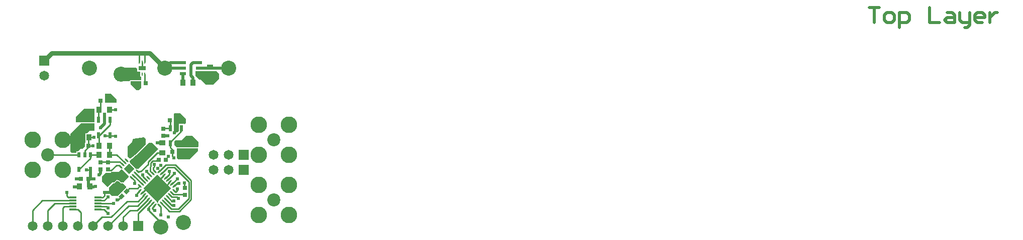
<source format=gtl>
G04 Layer_Physical_Order=1*
G04 Layer_Color=255*
%FSLAX25Y25*%
%MOIN*%
G70*
G01*
G75*
%ADD10R,0.02362X0.04331*%
%ADD11R,0.03150X0.02756*%
%ADD12R,0.03937X0.03543*%
%ADD13R,0.02756X0.03150*%
%ADD14R,0.03543X0.03937*%
G04:AMPARAMS|DCode=15|XSize=9.5mil|YSize=32mil|CornerRadius=0mil|HoleSize=0mil|Usage=FLASHONLY|Rotation=45.000|XOffset=0mil|YOffset=0mil|HoleType=Round|Shape=Round|*
%AMOVALD15*
21,1,0.02250,0.00950,0.00000,0.00000,135.0*
1,1,0.00950,0.00796,-0.00796*
1,1,0.00950,-0.00796,0.00796*
%
%ADD15OVALD15*%

G04:AMPARAMS|DCode=16|XSize=9.5mil|YSize=32mil|CornerRadius=0mil|HoleSize=0mil|Usage=FLASHONLY|Rotation=315.000|XOffset=0mil|YOffset=0mil|HoleType=Round|Shape=Round|*
%AMOVALD16*
21,1,0.02250,0.00950,0.00000,0.00000,45.0*
1,1,0.00950,-0.00796,-0.00796*
1,1,0.00950,0.00796,0.00796*
%
%ADD16OVALD16*%

%ADD17P,0.07238X4X360.0*%
G04:AMPARAMS|DCode=18|XSize=27.56mil|YSize=31.5mil|CornerRadius=0mil|HoleSize=0mil|Usage=FLASHONLY|Rotation=225.000|XOffset=0mil|YOffset=0mil|HoleType=Round|Shape=Rectangle|*
%AMROTATEDRECTD18*
4,1,4,-0.00139,0.02088,0.02088,-0.00139,0.00139,-0.02088,-0.02088,0.00139,-0.00139,0.02088,0.0*
%
%ADD18ROTATEDRECTD18*%

G04:AMPARAMS|DCode=19|XSize=27.56mil|YSize=31.5mil|CornerRadius=0mil|HoleSize=0mil|Usage=FLASHONLY|Rotation=135.000|XOffset=0mil|YOffset=0mil|HoleType=Round|Shape=Rectangle|*
%AMROTATEDRECTD19*
4,1,4,0.02088,0.00139,-0.00139,-0.02088,-0.02088,-0.00139,0.00139,0.02088,0.02088,0.00139,0.0*
%
%ADD19ROTATEDRECTD19*%

G04:AMPARAMS|DCode=20|XSize=39.37mil|YSize=35.43mil|CornerRadius=0mil|HoleSize=0mil|Usage=FLASHONLY|Rotation=225.000|XOffset=0mil|YOffset=0mil|HoleType=Round|Shape=Rectangle|*
%AMROTATEDRECTD20*
4,1,4,0.00139,0.02645,0.02645,0.00139,-0.00139,-0.02645,-0.02645,-0.00139,0.00139,0.02645,0.0*
%
%ADD20ROTATEDRECTD20*%

%ADD21R,0.02165X0.03347*%
%ADD22R,0.04724X0.01181*%
%ADD23R,0.03937X0.02362*%
%ADD24R,0.04961X0.03150*%
%ADD25R,0.00906X0.02362*%
%ADD26P,0.18374X4X90.0*%
%ADD27C,0.01000*%
%ADD28C,0.02000*%
%ADD29C,0.03000*%
%ADD30C,0.01500*%
%ADD31C,0.10000*%
%ADD32C,0.11024*%
%ADD33C,0.08661*%
%ADD34R,0.06500X0.06500*%
%ADD35C,0.06500*%
%ADD36R,0.06500X0.06500*%
%ADD37C,0.02400*%
G36*
X429500Y432500D02*
X424000Y427000D01*
X416500D01*
X415500Y428000D01*
Y434351D01*
X429500D01*
Y432500D01*
D02*
G37*
G36*
X395000Y440500D02*
Y436918D01*
X388062Y429980D01*
X385084Y427499D01*
X385070Y427471D01*
X385041Y427459D01*
X384996Y427415D01*
X384679Y427466D01*
X384437Y427563D01*
X383000Y429000D01*
Y435500D01*
X385500Y438000D01*
X386500Y440500D01*
X394000Y441500D01*
X395000Y440500D01*
D02*
G37*
G36*
X361000Y446000D02*
X358000D01*
X356068Y444068D01*
X354975D01*
Y438932D01*
X355000D01*
Y437978D01*
X354687D01*
Y435687D01*
X353000Y434000D01*
X352000D01*
X350096Y432096D01*
X349077D01*
Y431122D01*
X345879D01*
X345000Y432000D01*
Y444000D01*
X352000Y451000D01*
X361000D01*
Y446000D01*
D02*
G37*
G36*
X376173Y412408D02*
X376632Y412218D01*
X377006Y412373D01*
X378338Y411041D01*
X378797Y410851D01*
X380149D01*
X382000Y409000D01*
Y408297D01*
X379234Y405531D01*
X378969Y405266D01*
X376203Y402500D01*
X372500D01*
X370500Y404500D01*
Y408000D01*
X373351Y410851D01*
X373852D01*
X373969Y410734D01*
X374146Y410911D01*
X374459Y411041D01*
X376000Y412582D01*
X376173Y412408D01*
D02*
G37*
G36*
X379026Y420094D02*
X379343Y420157D01*
X383780Y415721D01*
X383717Y415404D01*
X383748Y415247D01*
X380500Y412000D01*
Y411500D01*
X378797D01*
X377031Y413266D01*
X376632Y412867D01*
X376000Y413500D01*
X374000Y411500D01*
X372500D01*
X369500Y408500D01*
X366000Y412000D01*
Y415500D01*
X368463Y417963D01*
X371978D01*
Y418500D01*
X377000D01*
X378665Y420165D01*
X379026Y420094D01*
D02*
G37*
G36*
X399000Y438000D02*
X403250Y433750D01*
X390000Y420500D01*
X389545D01*
X389408Y420592D01*
X388988Y420675D01*
X388569Y420592D01*
X388473Y420528D01*
X384500Y424500D01*
X384232Y425035D01*
X384298Y425366D01*
X384226Y425726D01*
X385500Y427000D01*
X388500Y429500D01*
X397000Y438000D01*
X399000Y438000D01*
D02*
G37*
G36*
X430000Y438500D02*
Y435500D01*
X429500Y435000D01*
X415500D01*
X414000Y436500D01*
Y439000D01*
X414500Y439500D01*
X418500D01*
X421500Y442500D01*
X426000D01*
X430000Y438500D01*
D02*
G37*
G36*
X392000Y474500D02*
X390500Y473000D01*
X389000D01*
X385000Y477000D01*
Y479000D01*
X392000D01*
Y474500D01*
D02*
G37*
G36*
X443500Y484000D02*
Y480500D01*
X439500Y476500D01*
X435000D01*
X431500Y480000D01*
X430500D01*
X428000Y482500D01*
Y485500D01*
X442000D01*
X443500Y484000D01*
D02*
G37*
G36*
X389420Y487080D02*
Y485325D01*
X391175D01*
X391447Y485053D01*
Y481782D01*
X392000D01*
Y479649D01*
X385000D01*
X384541Y479459D01*
X384351Y479000D01*
Y479000D01*
X376000Y479000D01*
X376000Y488000D01*
X388500Y488000D01*
X389420Y487080D01*
D02*
G37*
G36*
X421500Y454000D02*
Y451000D01*
X420777Y450277D01*
X420521Y450384D01*
Y450384D01*
X416959D01*
Y445959D01*
X416000Y445000D01*
X413500D01*
Y457000D01*
X414000Y457500D01*
X418000D01*
X421500Y454000D01*
D02*
G37*
G36*
X361000Y451649D02*
X352000D01*
X351639Y451500D01*
X348500D01*
Y455000D01*
X354000Y460500D01*
X361000D01*
Y451649D01*
D02*
G37*
G36*
X375500Y467000D02*
Y464500D01*
X368000D01*
Y470500D01*
X372000D01*
X375500Y467000D01*
D02*
G37*
D10*
X418740Y437382D02*
D03*
X411260D02*
D03*
Y447618D02*
D03*
X415000D02*
D03*
X418740D02*
D03*
X371240Y442882D02*
D03*
X363760D02*
D03*
Y453118D02*
D03*
X367500D02*
D03*
X371240D02*
D03*
D11*
X415862Y453000D02*
D03*
X411138D02*
D03*
X417362Y432000D02*
D03*
X412638D02*
D03*
X408362Y426500D02*
D03*
X403638D02*
D03*
X352138Y436000D02*
D03*
X356862D02*
D03*
X365138Y466000D02*
D03*
X369862D02*
D03*
X352138Y414000D02*
D03*
X356862D02*
D03*
X390138Y477500D02*
D03*
X394862D02*
D03*
D12*
X406000Y437847D02*
D03*
Y431153D02*
D03*
X358500Y448153D02*
D03*
Y454846D02*
D03*
X437500Y488346D02*
D03*
Y481653D02*
D03*
D13*
X406500Y447362D02*
D03*
Y442638D02*
D03*
X423500Y432638D02*
D03*
Y437362D02*
D03*
X370000Y424862D02*
D03*
Y420138D02*
D03*
X365000Y420138D02*
D03*
Y424862D02*
D03*
X354000Y453862D02*
D03*
Y449138D02*
D03*
X421000Y407862D02*
D03*
Y403138D02*
D03*
D14*
X364154Y436000D02*
D03*
X370847D02*
D03*
X364154Y430000D02*
D03*
X370847D02*
D03*
X357347Y441500D02*
D03*
X350654D02*
D03*
X370847Y460000D02*
D03*
X364154D02*
D03*
X351153Y408853D02*
D03*
X357846D02*
D03*
X426346Y478000D02*
D03*
X419654D02*
D03*
D15*
X382407Y426161D02*
D03*
X381015Y424769D02*
D03*
X379623Y423377D02*
D03*
X378231Y421985D02*
D03*
X385608Y414608D02*
D03*
X387000Y416000D02*
D03*
X388392Y417392D02*
D03*
X389784Y418784D02*
D03*
X391156Y409101D02*
D03*
X392548Y410493D02*
D03*
X393940Y411885D02*
D03*
X395332Y413277D02*
D03*
X396724Y414669D02*
D03*
X398115Y416060D02*
D03*
X399507Y417452D02*
D03*
X400899Y418844D02*
D03*
X413844Y405899D02*
D03*
X412452Y404507D02*
D03*
X411060Y403115D02*
D03*
X409668Y401723D02*
D03*
X408277Y400331D02*
D03*
X406885Y398940D02*
D03*
X405493Y397548D02*
D03*
X404101Y396156D02*
D03*
D16*
X378231Y418784D02*
D03*
X379623Y417392D02*
D03*
X381015Y416000D02*
D03*
X382407Y414608D02*
D03*
X389784Y421985D02*
D03*
X388392Y423377D02*
D03*
X387000Y424769D02*
D03*
X385608Y426161D02*
D03*
X404101Y418844D02*
D03*
X405493Y417452D02*
D03*
X406885Y416060D02*
D03*
X408277Y414669D02*
D03*
X409668Y413277D02*
D03*
X411060Y411885D02*
D03*
X412452Y410493D02*
D03*
X413844Y409101D02*
D03*
X400899Y396156D02*
D03*
X399507Y397548D02*
D03*
X398115Y398940D02*
D03*
X396724Y400331D02*
D03*
X395332Y401723D02*
D03*
X393940Y403115D02*
D03*
X392548Y404507D02*
D03*
X391156Y405899D02*
D03*
D17*
X384007Y420385D02*
D03*
D18*
X377170Y410330D02*
D03*
X373830Y413670D02*
D03*
X391170Y428830D02*
D03*
X387830Y432170D02*
D03*
D19*
X378830Y402330D02*
D03*
X382170Y405670D02*
D03*
D20*
X374366Y406634D02*
D03*
X369634Y411366D02*
D03*
X389634Y436866D02*
D03*
X394366Y432134D02*
D03*
D21*
X358240Y420177D02*
D03*
X350760D02*
D03*
Y429823D02*
D03*
X354500Y429823D02*
D03*
X358240Y429823D02*
D03*
D22*
X346732Y401437D02*
D03*
Y399468D02*
D03*
Y397500D02*
D03*
Y395532D02*
D03*
Y393563D02*
D03*
X363268Y401437D02*
D03*
Y399468D02*
D03*
X363268Y397500D02*
D03*
Y395532D02*
D03*
X363268Y393563D02*
D03*
D23*
X419587Y483760D02*
D03*
Y487500D02*
D03*
Y491240D02*
D03*
X430413D02*
D03*
X430413Y487500D02*
D03*
X430413Y483760D02*
D03*
D24*
X392500Y487500D02*
D03*
D25*
X394468Y483563D02*
D03*
X392500D02*
D03*
X390531D02*
D03*
Y491437D02*
D03*
X392500D02*
D03*
X394468D02*
D03*
D26*
X402500Y407500D02*
D03*
D27*
X330000Y382500D02*
Y393000D01*
X390000Y382500D02*
Y390824D01*
X320000Y382500D02*
Y393000D01*
X380000Y388500D02*
X384500Y393000D01*
X352000Y384500D02*
Y391500D01*
X340000Y382500D02*
Y394500D01*
X334500Y397500D02*
X346732D01*
X330000Y393000D02*
X334500Y397500D01*
X326468Y399468D02*
X346732D01*
X320000Y393000D02*
X326468Y399468D01*
X413460Y403500D02*
X421000D01*
X405000Y390000D02*
Y395256D01*
X402500Y407500D02*
X407500D01*
X402500Y402500D02*
Y407500D01*
X412376Y401800D02*
X415700D01*
X408277Y400331D02*
X412408Y396200D01*
X406885Y398940D02*
X411924Y393900D01*
X405493Y397548D02*
X410740Y392300D01*
X409668Y401723D02*
X412392Y399000D01*
X411260Y437382D02*
Y438260D01*
Y434740D02*
Y437382D01*
X406756Y447618D02*
X411260D01*
Y452878D01*
X396600Y425115D02*
X402638Y431153D01*
X406000D01*
X363882Y442382D02*
X371240Y449740D01*
X363760Y442382D02*
X363882D01*
X363760Y453118D02*
Y459606D01*
X366000Y425362D02*
X377638D01*
X358240Y429823D02*
X364976D01*
X390000Y497500D02*
X390531Y496969D01*
X385608Y426161D02*
X387447Y428000D01*
X387918D01*
X389784Y421985D02*
X391858Y424059D01*
X387000Y424769D02*
X389000Y426769D01*
Y426918D01*
X387918Y428000D02*
X389000Y426918D01*
X388392Y423377D02*
X390418Y425403D01*
Y425500D01*
X389000Y426918D02*
X390418Y425500D01*
X391858Y424059D01*
X420800Y408062D02*
X421000Y407862D01*
X420800Y408062D02*
Y411300D01*
X406362Y442500D02*
X406500Y442638D01*
X415900Y406100D02*
Y407100D01*
X415000Y405200D02*
X415900Y406100D01*
X404101Y396156D02*
X405000Y395256D01*
X357846Y436000D02*
X360000D01*
X356862D02*
X357846D01*
X360000D02*
X360000Y436000D01*
X356862Y436000D02*
X357354Y435508D01*
X402500Y398600D02*
Y402500D01*
X397500Y407500D02*
X402500D01*
X395540D02*
X397500D01*
X378500Y483500D02*
X381500D01*
X404101Y418844D02*
X408456Y423200D01*
X400000Y421500D02*
X400500Y422000D01*
X400000Y419744D02*
Y421500D01*
X399547Y425800D02*
X401800D01*
X398200Y422200D02*
Y424453D01*
X398000Y422000D02*
X398200Y422200D01*
X396600Y423600D02*
Y425115D01*
X391784Y418784D02*
X396600Y423600D01*
X398200Y424453D02*
X399547Y425800D01*
X400500Y422000D02*
Y423500D01*
X401800Y425800D02*
X402500Y426500D01*
X389000Y403000D02*
Y403744D01*
X391156Y405899D01*
X399248Y394505D02*
X400899Y396156D01*
X400600Y393000D02*
X401000D01*
X397000Y393500D02*
Y395040D01*
X399300Y394300D02*
X400600Y393000D01*
X397000D02*
X405000Y385000D01*
X399248Y394504D02*
Y394505D01*
Y394504D02*
X399300Y394453D01*
Y394300D02*
Y394453D01*
X397000Y395040D02*
X399507Y397548D01*
X405847Y438000D02*
X406000Y437847D01*
X415000Y446000D02*
Y447618D01*
X427862Y437362D02*
X428000Y437500D01*
X418622D02*
X418740Y437382D01*
X367500Y402500D02*
Y405000D01*
X367469Y399468D02*
X370000Y402000D01*
X367500Y412500D02*
Y413500D01*
X361000Y408500D02*
X361500Y409000D01*
X360500Y408500D02*
X361000D01*
X358063Y420000D02*
X358240Y420177D01*
X355500Y420000D02*
X358063D01*
X374764Y442500D02*
X375000Y442264D01*
X403324Y412500D02*
X406885Y416060D01*
X402500Y407500D02*
Y412500D01*
X407500Y408324D02*
X411060Y411885D01*
X366437Y401437D02*
X367500Y402500D01*
X390000Y390824D02*
X398115Y398940D01*
X389392Y393000D02*
X396724Y400331D01*
X389608Y396000D02*
X395332Y401723D01*
X383500Y396000D02*
X389608D01*
X389824Y399000D02*
X393940Y403115D01*
X382500Y399000D02*
X389824D01*
X415960Y414000D02*
X416000D01*
X388446Y417378D02*
X393940Y411885D01*
X387000Y416000D02*
X392507Y410493D01*
X392548D01*
X330000Y430000D02*
X350583D01*
X350760Y429823D01*
X364976D02*
X365154Y430000D01*
X371847D02*
X375784D01*
X381015Y424769D01*
X377216Y423000D02*
X378231Y421985D01*
X371000Y419638D02*
X372138D01*
X375500Y423000D01*
X377216D01*
X377638Y425362D02*
X379623Y423377D01*
X370847Y430000D02*
Y436000D01*
X364154D02*
Y441988D01*
X363760Y442382D02*
X364154Y441988D01*
X371240Y449740D02*
Y452618D01*
X365138Y460984D02*
Y465500D01*
X363760Y452618D02*
Y453118D01*
Y459606D02*
X364154Y460000D01*
X365138Y460984D01*
X382170Y405670D02*
X384000Y407500D01*
X385608Y414608D02*
X387500Y412716D01*
Y411000D02*
Y412716D01*
X409668Y413277D02*
X413892Y417500D01*
X392548Y404507D02*
X395540Y407500D01*
X413844Y409101D02*
X415372Y410628D01*
X415744Y411000D01*
X417000D01*
X412452Y410493D02*
X415960Y414000D01*
X408277Y414669D02*
X410500Y416892D01*
Y419000D01*
X395500Y418676D02*
X398115Y416060D01*
X395500Y418676D02*
Y419000D01*
X398000Y418960D02*
X399507Y417452D01*
X400000Y419744D02*
X400899Y418844D01*
X412452Y404507D02*
X413460Y403500D01*
X405493Y417452D02*
X409540Y421500D01*
X411060Y403115D02*
X412376Y401800D01*
X415700D02*
X416500Y401000D01*
X412392Y399000D02*
X412692Y399300D01*
X413700D01*
X412408Y396200D02*
X413700D01*
X411924Y393900D02*
X416500D01*
X423500Y400900D01*
X417200Y392300D02*
X425100Y400200D01*
X410740Y392300D02*
X417200D01*
X408456Y423200D02*
X414800D01*
X425100Y412900D01*
Y400200D02*
Y412900D01*
X409540Y421500D02*
X413900D01*
X423500Y411900D01*
Y400900D02*
Y411900D01*
X413844Y405899D02*
X414544Y405200D01*
X415000D01*
X398000Y418960D02*
Y422000D01*
X389784Y418784D02*
X391784D01*
X393000Y415608D02*
X395332Y413277D01*
X393000Y415608D02*
Y416500D01*
X412638Y428764D02*
X413701Y427701D01*
X412638Y428764D02*
Y432000D01*
Y433362D01*
X411260Y434740D02*
X412638Y433362D01*
X406500Y447362D02*
X406756Y447618D01*
X411138Y453000D02*
X411260Y452878D01*
Y438260D02*
X418740Y445740D01*
Y447618D01*
X389555Y407500D02*
X391156Y409101D01*
X384000Y407500D02*
X389555D01*
X358240Y427658D02*
Y429823D01*
X350760Y420177D02*
X358240Y427658D01*
X363268Y393563D02*
X367437D01*
X363268Y399468D02*
X367469D01*
X363268Y395532D02*
X368969D01*
X370000Y394500D01*
X367437Y393563D02*
X370000Y391000D01*
X360000Y382500D02*
X366000Y388500D01*
X372000D01*
X380000Y382500D02*
Y388500D01*
X341032Y395532D02*
X346732D01*
X340000Y394500D02*
X341032Y395532D01*
X346732Y393563D02*
X349937D01*
X352000Y391500D01*
X350000Y382500D02*
X352000Y384500D01*
X343563Y401437D02*
X346732D01*
X342500Y402500D02*
X343563Y401437D01*
X342500Y402500D02*
Y405000D01*
X363268Y401437D02*
X366437D01*
X363268Y397500D02*
X373500D01*
X370847Y460000D02*
X375000D01*
X390531Y491437D02*
Y496969D01*
X394468Y491437D02*
Y496969D01*
X395000Y497500D01*
X381437Y483563D02*
X381500Y483500D01*
X394468Y477894D02*
Y483563D01*
Y477894D02*
X394862Y477500D01*
X354500Y429823D02*
Y432654D01*
X357846Y414000D02*
X358240Y414394D01*
X360500Y441500D02*
X360500Y441500D01*
X376000Y400000D02*
X376500D01*
X378830Y402330D01*
X370000Y382500D02*
X383500Y396000D01*
X384500Y393000D02*
X389392D01*
X372000Y388500D02*
X382500Y399000D01*
X351638Y408000D02*
X352138Y408500D01*
X392500Y487500D02*
Y491437D01*
X407500Y407500D02*
Y408324D01*
X402500Y412500D02*
X403324D01*
X356862Y413016D02*
X357846Y414000D01*
X368000Y442500D02*
X374764D01*
X354500Y432654D02*
X357354Y435508D01*
X356862Y436984D02*
X357846Y436000D01*
X356862Y436984D02*
Y441500D01*
X360500D01*
D28*
X367500Y453118D02*
Y457000D01*
Y450500D02*
Y453118D01*
X419587Y478000D02*
Y483760D01*
X426346Y478000D02*
Y481153D01*
X425000Y482500D02*
X426346Y481153D01*
X365000Y417500D02*
Y420138D01*
X364000Y416500D02*
X365000Y417500D01*
X402500Y438000D02*
X405847D01*
X367500Y405000D02*
X372500D01*
X347500Y408500D02*
X351138D01*
X357846Y414000D02*
X360500D01*
X349000D02*
X351153D01*
X365000Y448000D02*
X367500Y450500D01*
X411240Y491240D02*
X419587D01*
X407500Y487500D02*
X411240Y491240D01*
X407500Y487500D02*
X419587D01*
X426240Y491240D02*
X430413D01*
X425000Y490000D02*
X426240Y491240D01*
X425000Y482500D02*
Y490000D01*
X358240Y414394D02*
Y420177D01*
X356862Y408500D02*
X360500D01*
X356862D02*
Y413016D01*
X406362Y442500D02*
X406462Y442400D01*
X409600D01*
X430413Y487500D02*
X450000D01*
X875000Y527997D02*
X881664D01*
X878332D01*
Y518000D01*
X886663D02*
X889995D01*
X891661Y519666D01*
Y522998D01*
X889995Y524664D01*
X886663D01*
X884997Y522998D01*
Y519666D01*
X886663Y518000D01*
X894993Y514668D02*
Y524664D01*
X899992D01*
X901658Y522998D01*
Y519666D01*
X899992Y518000D01*
X894993D01*
X914987Y527997D02*
Y518000D01*
X921652D01*
X926650Y524664D02*
X929982D01*
X931648Y522998D01*
Y518000D01*
X926650D01*
X924984Y519666D01*
X926650Y521332D01*
X931648D01*
X934981Y524664D02*
Y519666D01*
X936647Y518000D01*
X941645D01*
Y516334D01*
X939979Y514668D01*
X938313D01*
X941645Y518000D02*
Y524664D01*
X949976Y518000D02*
X946644D01*
X944977Y519666D01*
Y522998D01*
X946644Y524664D01*
X949976D01*
X951642Y522998D01*
Y521332D01*
X944977D01*
X954974Y524664D02*
Y518000D01*
Y521332D01*
X956640Y522998D01*
X958306Y524664D01*
X959972D01*
D29*
X332500Y497500D02*
X390000D01*
X327500Y492500D02*
X332500Y497500D01*
X397500D02*
X407500Y487500D01*
X390000Y497500D02*
X395000D01*
X397500D01*
D30*
X414100Y444400D02*
Y444900D01*
X414000Y445000D02*
X414100Y444900D01*
X414000Y445000D02*
X415000Y446000D01*
D31*
X450000Y487500D02*
D03*
X357500D02*
D03*
X378500Y483500D02*
D03*
X407500Y487500D02*
D03*
X420000Y385000D02*
D03*
X405000Y382000D02*
D03*
D32*
X320000Y420000D02*
D03*
Y440000D02*
D03*
X340000D02*
D03*
Y420000D02*
D03*
X470000Y390000D02*
D03*
Y410000D02*
D03*
X490000D02*
D03*
Y390000D02*
D03*
X470000Y430000D02*
D03*
Y450000D02*
D03*
X490000D02*
D03*
Y430000D02*
D03*
D33*
X330000D02*
D03*
X480000Y400000D02*
D03*
Y440000D02*
D03*
D34*
X390000Y382500D02*
D03*
X460000Y420000D02*
D03*
Y430000D02*
D03*
D35*
X380000Y382500D02*
D03*
X370000D02*
D03*
X360000D02*
D03*
X350000D02*
D03*
X340000D02*
D03*
X330000D02*
D03*
X320000D02*
D03*
X327500Y482500D02*
D03*
X440000Y420000D02*
D03*
X450000D02*
D03*
X440000Y430000D02*
D03*
X450000D02*
D03*
D36*
X327500Y492500D02*
D03*
D37*
X393681Y487500D02*
D03*
X391319D02*
D03*
X420800Y411300D02*
D03*
X417000Y411000D02*
D03*
X409600Y442400D02*
D03*
X414100Y444400D02*
D03*
X415900Y407100D02*
D03*
X397500Y436000D02*
D03*
X385500Y434500D02*
D03*
X392000Y439500D02*
D03*
X385500Y430000D02*
D03*
X360000Y436000D02*
D03*
X358500Y458500D02*
D03*
X354000Y457500D02*
D03*
X351000Y454000D02*
D03*
X433500Y480000D02*
D03*
X437500Y478000D02*
D03*
X441500Y481500D02*
D03*
X387500Y486000D02*
D03*
X387000Y481500D02*
D03*
X390500Y481000D02*
D03*
X390000Y474500D02*
D03*
X386500Y477500D02*
D03*
X410000Y429000D02*
D03*
X405000Y423000D02*
D03*
X403000Y421000D02*
D03*
X400500Y423500D02*
D03*
X389000Y403000D02*
D03*
X405000Y390000D02*
D03*
X410000Y388500D02*
D03*
X401000Y393000D02*
D03*
X397000Y393500D02*
D03*
X364000Y416500D02*
D03*
X423500Y429500D02*
D03*
X427000Y432500D02*
D03*
X417500Y429000D02*
D03*
X402500Y438000D02*
D03*
X416000Y456000D02*
D03*
X420000Y453000D02*
D03*
X428000Y437500D02*
D03*
X423500Y440500D02*
D03*
X416000Y437500D02*
D03*
X387500Y439500D02*
D03*
X400500Y433500D02*
D03*
X367500Y405000D02*
D03*
X370000Y402000D02*
D03*
X376500Y404500D02*
D03*
X379500Y408500D02*
D03*
X367500Y413500D02*
D03*
X347000Y439500D02*
D03*
X349000Y445500D02*
D03*
X347500Y408500D02*
D03*
X361500Y409000D02*
D03*
X360500Y414000D02*
D03*
X349000D02*
D03*
X355500Y420000D02*
D03*
X371000Y416500D02*
D03*
X375000Y442264D02*
D03*
X368000Y442500D02*
D03*
X367500Y457000D02*
D03*
X365000Y448000D02*
D03*
X370000Y469000D02*
D03*
X374000Y466000D02*
D03*
X348000Y433000D02*
D03*
X353000Y445000D02*
D03*
X347000Y436000D02*
D03*
X402500Y412500D02*
D03*
Y402500D02*
D03*
X407500Y407500D02*
D03*
X397500D02*
D03*
X402500D02*
D03*
X416000Y414000D02*
D03*
X387500Y411000D02*
D03*
X413892Y417500D02*
D03*
X410500Y419000D02*
D03*
X416500Y401000D02*
D03*
X413700Y396200D02*
D03*
X395500Y419000D02*
D03*
X393000Y416500D02*
D03*
X413700Y399300D02*
D03*
X413701Y427701D02*
D03*
X370000Y394500D02*
D03*
Y391000D02*
D03*
X342500Y405000D02*
D03*
X375000Y460000D02*
D03*
X373500Y397500D02*
D03*
X360500Y441500D02*
D03*
X376000Y400000D02*
D03*
M02*

</source>
